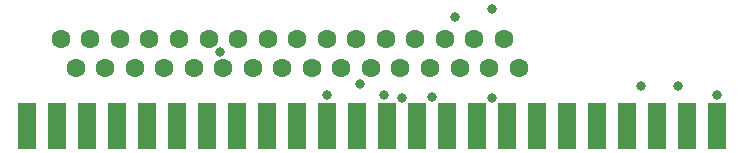
<source format=gts>
G04 #@! TF.GenerationSoftware,KiCad,Pcbnew,5.1.9+dfsg1-1~bpo10+1*
G04 #@! TF.CreationDate,2021-04-05T15:35:41+02:00*
G04 #@! TF.ProjectId,KBD_ADAPTER_XE,4b42445f-4144-4415-9054-45525f58452e,1.0*
G04 #@! TF.SameCoordinates,Original*
G04 #@! TF.FileFunction,Soldermask,Top*
G04 #@! TF.FilePolarity,Negative*
%FSLAX46Y46*%
G04 Gerber Fmt 4.6, Leading zero omitted, Abs format (unit mm)*
G04 Created by KiCad (PCBNEW 5.1.9+dfsg1-1~bpo10+1) date 2021-04-05 15:35:41*
%MOMM*%
%LPD*%
G01*
G04 APERTURE LIST*
%ADD10R,1.524000X4.000000*%
%ADD11C,1.600000*%
%ADD12C,0.800000*%
G04 APERTURE END LIST*
D10*
X173275000Y-109850000D03*
X170735000Y-109850000D03*
X168195000Y-109850000D03*
X165655000Y-109850000D03*
X163115000Y-109850000D03*
X160575000Y-109850000D03*
X158035000Y-109850000D03*
X155495000Y-109850000D03*
X152955000Y-109850000D03*
X150415000Y-109850000D03*
X147875000Y-109850000D03*
X145335000Y-109850000D03*
X142795000Y-109850000D03*
X140255000Y-109850000D03*
X137715000Y-109850000D03*
X135175000Y-109850000D03*
X132635000Y-109850000D03*
X130095000Y-109850000D03*
X127555000Y-109850000D03*
X125015000Y-109850000D03*
X122475000Y-109850000D03*
X119935000Y-109850000D03*
X117395000Y-109850000D03*
X114855000Y-109850000D03*
D11*
X117750000Y-102500000D03*
X119000000Y-105000000D03*
X120250000Y-102500000D03*
X121500000Y-105000000D03*
X122750000Y-102500000D03*
X124000000Y-105000000D03*
X125250000Y-102500000D03*
X126500000Y-105000000D03*
X127750000Y-102500000D03*
X129000000Y-105000000D03*
X130250000Y-102500000D03*
X131500000Y-105000000D03*
X132750000Y-102500000D03*
X134000000Y-105000000D03*
X135250000Y-102500000D03*
X136500000Y-105000000D03*
X137750000Y-102500000D03*
X139000000Y-105000000D03*
X140250000Y-102500000D03*
X141500000Y-105000000D03*
X142750000Y-102500000D03*
X144000000Y-105000000D03*
X145250000Y-102500000D03*
X146500000Y-105000000D03*
X147750000Y-102500000D03*
X149000000Y-105000000D03*
X150250000Y-102500000D03*
X151500000Y-105000000D03*
X152750000Y-102500000D03*
X154000000Y-105000000D03*
X155250000Y-102500000D03*
X156500000Y-105000000D03*
D12*
X140250000Y-107250000D03*
X145145700Y-107245300D03*
X146622300Y-107483800D03*
X149194300Y-107443100D03*
X143062300Y-106309300D03*
X154225400Y-107470800D03*
X131261000Y-103589300D03*
X151104400Y-100648700D03*
X154290800Y-99929700D03*
X166900600Y-106475400D03*
X170000300Y-106488300D03*
X173275000Y-107213700D03*
M02*

</source>
